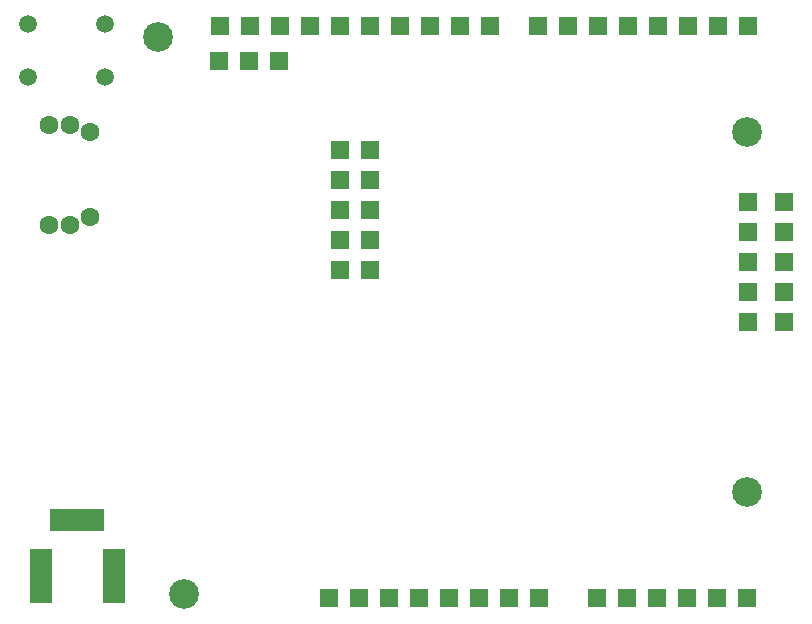
<source format=gbs>
G04 DesignSpark PCB Gerber Version 12.0 Build 5942*
%FSLAX35Y35*%
%MOMM*%
%ADD121R,1.52600X1.52600*%
%ADD138C,1.50200*%
%ADD129C,1.60200*%
%ADD114C,2.52600*%
%AMT115*0 Rounded Rectangle Pad at angle 0*4,1,20,-0.90020,-2.30100,0.90020,-2.30100,0.91960,-2.29710,0.93610,-2.28610,0.94710,-2.26960,0.95100,-2.25020,0.95100,2.25020,0.94710,2.26960,0.93610,2.28610,0.91960,2.29710,0.90020,2.30100,-0.90020,2.30100,-0.91960,2.29710,-0.93610,2.28610,-0.94710,2.26960,-0.95100,2.25020,-0.95100,-2.25020,-0.94710,-2.26960,-0.93610,-2.28610,-0.91960,-2.29710,-0.90020,-2.30100,0*%
%ADD115T115*%
%AMT116*0 Rounded Rectangle Pad at angle 90*4,1,20,2.30100,-0.90020,2.30100,0.90020,2.29710,0.91960,2.28610,0.93610,2.26960,0.94710,2.25020,0.95100,-2.25020,0.95100,-2.26960,0.94710,-2.28610,0.93610,-2.29710,0.91960,-2.30100,0.90020,-2.30100,-0.90020,-2.29710,-0.91960,-2.28610,-0.93610,-2.26960,-0.94710,-2.25020,-0.95100,2.25020,-0.95100,2.26960,-0.94710,2.28610,-0.93610,2.29710,-0.91960,2.30100,-0.90020,0*%
%ADD116T116*%
X0Y0D02*
D02*
D114*
X43648050Y48045270D03*
X43868050Y43330270D03*
X48633050Y44195270D03*
Y47240270D03*
D02*
D115*
X42655050Y43488270D03*
X43275050D03*
D02*
D116*
X42955050Y43958270D03*
D02*
D121*
X44165550Y47847770D03*
X44170600Y48144000D03*
X44419550Y47847770D03*
X44424600Y48144000D03*
X44673550Y47847770D03*
X44678600Y48144000D03*
X44932600D03*
X45090000Y43301000D03*
X45186600Y46077770D03*
Y46331770D03*
Y46585770D03*
Y46839770D03*
Y47093770D03*
Y48144000D03*
X45344000Y43301000D03*
X45440600Y46077770D03*
Y46331770D03*
Y46585770D03*
Y46839770D03*
Y47093770D03*
Y48144000D03*
X45598000Y43301000D03*
X45694600Y48144000D03*
X45852000Y43301000D03*
X45948600Y48144000D03*
X46106000Y43301000D03*
X46202600Y48144000D03*
X46360000Y43301000D03*
X46456600Y48144000D03*
X46614000Y43301000D03*
X46865050Y48140270D03*
X46868000Y43301000D03*
X47119050Y48140270D03*
X47361000Y43301000D03*
X47373050Y48140270D03*
X47615000Y43301000D03*
X47627050Y48140270D03*
X47869000Y43301000D03*
X47881050Y48140270D03*
X48123000Y43301000D03*
X48135050Y48140270D03*
X48377000Y43301000D03*
X48389050Y48140270D03*
X48631000Y43301000D03*
X48641050Y45639270D03*
Y45893270D03*
Y46147270D03*
Y46401270D03*
Y46655270D03*
X48643050Y48140270D03*
X48942050Y45639270D03*
Y45893270D03*
Y46147270D03*
Y46401270D03*
Y46655270D03*
D02*
D129*
X42725550Y46460270D03*
Y47305270D03*
X42900550Y46460270D03*
Y47305270D03*
X43070550Y46522770D03*
Y47242770D03*
D02*
D138*
X42546050Y47710270D03*
Y48160270D03*
X43196050Y47710270D03*
Y48160270D03*
X0Y0D02*
M02*

</source>
